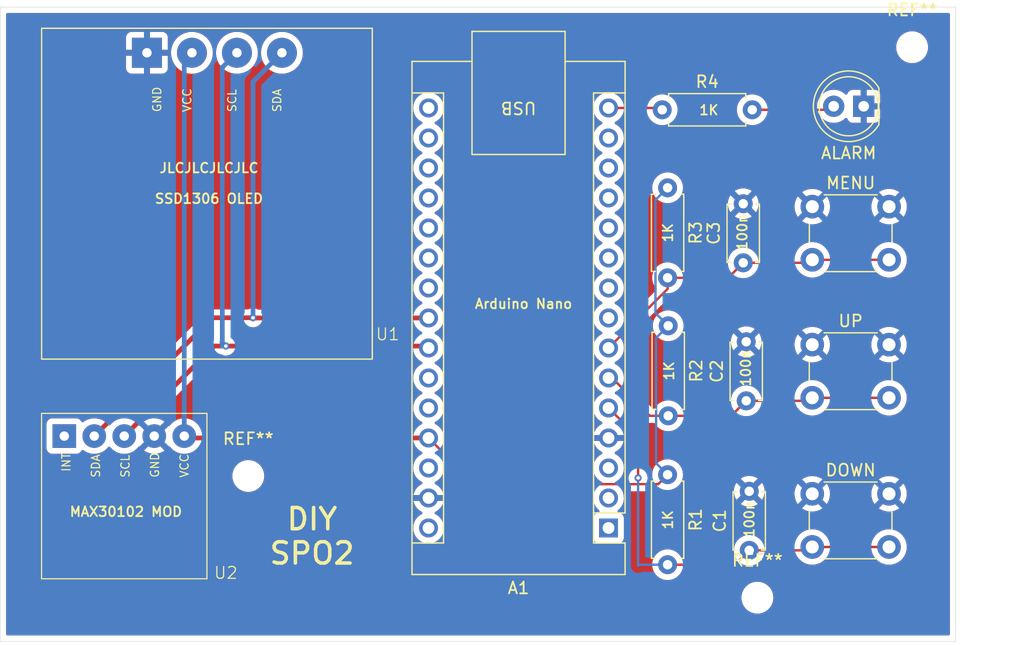
<source format=kicad_pcb>
(kicad_pcb (version 20241229) (generator "pcbnew") (generator_version "9.0")
  (layers (0 "F.Cu" signal "Front") (4 "In1.Cu" signal) (6 "In2.Cu" signal) (2 "B.Cu" signal "Back") (13 "F.Paste" user) (15 "B.Paste" user) (5 "F.SilkS" user "F.Silkscreen") (7 "B.SilkS" user "B.Silkscreen") (1 "F.Mask" user) (3 "B.Mask" user) (25 "Edge.Cuts" user))
  (net 0 "")
  (net 3 "GND")
  (net 4 "+5V")
  (net 5 "Net-(A1-D12)")
  (net 8 "Net-(A1-D4)")
  (net 14 "Net-(A1-D2)")
  (net 16 "Net-(A1-A5)")
  (net 17 "Net-(A1-D3)")
  (net 28 "Net-(A1-A4)")
  (net 30 "Net-(D1-A)")
  (footprint "Button_Switch_THT:SW_PUSH_6mm" (layer "F.Cu") (at 174.244 102.18)
    (property "Reference" "UP" (at 3.25 -2 0) (layer "F.SilkS"))
    (property "Value" "SW_Push")
    (fp_line (start -0.25 1.5) (end -0.25 3) (stroke (width 0.12)) (layer "F.SilkS"))
    (fp_line (start 1 5.5) (end 5.5 5.5) (stroke (width 0.12)) (layer "F.SilkS"))
    (fp_line (start 5.5 -1) (end 1 -1) (stroke (width 0.12)) (layer "F.SilkS"))
    (fp_line (start 6.75 3) (end 6.75 1.5) (stroke (width 0.12)) (layer "F.SilkS"))
    (pad "1" thru_hole circle (at 0 0 90) (size 2 2) (drill 1.1) (layers "*.Cu" "*.Mask") (net 3 "GND"))
    (pad "1" thru_hole circle (at 6.5 0 90) (size 2 2) (drill 1.1) (layers "*.Cu" "*.Mask") (net 3 "GND"))
    (pad "2" thru_hole circle (at 0 4.5 90) (size 2 2) (drill 1.1) (layers "*.Cu" "*.Mask") (net 17 "Net-(A1-D3)"))
    (pad "2" thru_hole circle (at 6.5 4.5 90) (size 2 2) (drill 1.1) (layers "*.Cu" "*.Mask") (net 17 "Net-(A1-D3)"))
  )
  (footprint "MountingHole:MountingHole_2.2mm_M2" (layer "F.Cu") (at 126.5 113.3)
    (property "Reference" "REF**" (at 0 -3.15 0) (layer "F.SilkS"))
    (property "Value" "MountingHole_2.2mm_M2")
    (pad "" np_thru_hole circle (at 0 0) (size 2.2 2.2) (drill 2.2) (layers "*.Cu" "*.Mask"))
  )
  (footprint "Resistor_THT:R_Axial_DIN0207_L6.3mm_D2.5mm_P7.62mm_Horizontal" (layer "F.Cu") (at 162 113.19 -90)
    (property "Reference" "R1" (at 3.81 -2.37 90) (layer "F.SilkS"))
    (property "Value" "1k")
    (fp_line (start 0.54 1.37) (end 7.08 1.37) (stroke (width 0.12)) (layer "F.SilkS"))
    (fp_line (start 7.08 1.37) (end 7.08 1.04) (stroke (width 0.12)) (layer "F.SilkS"))
    (fp_line (start 0.54 1.04) (end 0.54 1.37) (stroke (width 0.12)) (layer "F.SilkS"))
    (fp_line (start 0.54 -1.04) (end 0.54 -1.37) (stroke (width 0.12)) (layer "F.SilkS"))
    (fp_line (start 0.54 -1.37) (end 7.08 -1.37) (stroke (width 0.12)) (layer "F.SilkS"))
    (fp_line (start 7.08 -1.37) (end 7.08 -1.04) (stroke (width 0.12)) (layer "F.SilkS"))
    (pad "1" thru_hole circle (at 0 0 270) (size 1.6 1.6) (drill 0.8) (layers "*.Cu" "*.Mask") (net 4 "+5V"))
    (pad "2" thru_hole circle (at 7.62 0 270) (size 1.6 1.6) (drill 0.8) (layers "*.Cu" "*.Mask") (net 14 "Net-(A1-D2)"))
  )
  (footprint "Capacitor_THT:C_Disc_D4.7mm_W2.5mm_P5.00mm" (layer "F.Cu") (at 168.91 119.594 90)
    (property "Reference" "C1" (at 2.5 -2.5 90) (layer "F.SilkS"))
    (property "Value" "100n")
    (fp_line (start 4.97 -1.37) (end 4.97 -1.04) (stroke (width 0.12)) (layer "F.SilkS"))
    (fp_line (start 0.03 -1.37) (end 4.97 -1.37) (stroke (width 0.12)) (layer "F.SilkS"))
    (fp_line (start 0.03 -1.04) (end 0.03 -1.37) (stroke (width 0.12)) (layer "F.SilkS"))
    (fp_line (start 4.97 1.04) (end 4.97 1.37) (stroke (width 0.12)) (layer "F.SilkS"))
    (fp_line (start 4.97 1.37) (end 0.03 1.37) (stroke (width 0.12)) (layer "F.SilkS"))
    (fp_line (start 0.03 1.37) (end 0.03 1.04) (stroke (width 0.12)) (layer "F.SilkS"))
    (pad "1" thru_hole circle (at 0 0 90) (size 1.6 1.6) (drill 0.8) (layers "*.Cu" "*.Mask") (net 14 "Net-(A1-D2)"))
    (pad "2" thru_hole circle (at 5 0 90) (size 1.6 1.6) (drill 0.8) (layers "*.Cu" "*.Mask") (net 3 "GND"))
  )
  (footprint "Button_Switch_THT:SW_PUSH_6mm" (layer "F.Cu") (at 174.25 90.496)
    (property "Reference" "MENU" (at 3.25 -2 0) (layer "F.SilkS"))
    (property "Value" "SW_Push")
    (fp_line (start -0.25 1.5) (end -0.25 3) (stroke (width 0.12)) (layer "F.SilkS"))
    (fp_line (start 1 5.5) (end 5.5 5.5) (stroke (width 0.12)) (layer "F.SilkS"))
    (fp_line (start 5.5 -1) (end 1 -1) (stroke (width 0.12)) (layer "F.SilkS"))
    (fp_line (start 6.75 3) (end 6.75 1.5) (stroke (width 0.12)) (layer "F.SilkS"))
    (pad "1" thru_hole circle (at 0 0 90) (size 2 2) (drill 1.1) (layers "*.Cu" "*.Mask") (net 3 "GND"))
    (pad "1" thru_hole circle (at 6.5 0 90) (size 2 2) (drill 1.1) (layers "*.Cu" "*.Mask") (net 3 "GND"))
    (pad "2" thru_hole circle (at 0 4.5 90) (size 2 2) (drill 1.1) (layers "*.Cu" "*.Mask") (net 8 "Net-(A1-D4)"))
    (pad "2" thru_hole circle (at 6.5 4.5 90) (size 2 2) (drill 1.1) (layers "*.Cu" "*.Mask") (net 8 "Net-(A1-D4)"))
  )
  (footprint "Resistor_THT:R_Axial_DIN0207_L6.3mm_D2.5mm_P7.62mm_Horizontal" (layer "F.Cu") (at 162.052 100.584 -90)
    (property "Reference" "R2" (at 3.81 -2.37 90) (layer "F.SilkS"))
    (property "Value" "1k")
    (fp_line (start 0.54 1.37) (end 7.08 1.37) (stroke (width 0.12)) (layer "F.SilkS"))
    (fp_line (start 7.08 1.37) (end 7.08 1.04) (stroke (width 0.12)) (layer "F.SilkS"))
    (fp_line (start 0.54 1.04) (end 0.54 1.37) (stroke (width 0.12)) (layer "F.SilkS"))
    (fp_line (start 0.54 -1.04) (end 0.54 -1.37) (stroke (width 0.12)) (layer "F.SilkS"))
    (fp_line (start 0.54 -1.37) (end 7.08 -1.37) (stroke (width 0.12)) (layer "F.SilkS"))
    (fp_line (start 7.08 -1.37) (end 7.08 -1.04) (stroke (width 0.12)) (layer "F.SilkS"))
    (pad "1" thru_hole circle (at 0 0 270) (size 1.6 1.6) (drill 0.8) (layers "*.Cu" "*.Mask") (net 4 "+5V"))
    (pad "2" thru_hole circle (at 7.62 0 270) (size 1.6 1.6) (drill 0.8) (layers "*.Cu" "*.Mask") (net 17 "Net-(A1-D3)"))
  )
  (footprint "Resistor_THT:R_Axial_DIN0207_L6.3mm_D2.5mm_P7.62mm_Horizontal" (layer "F.Cu") (at 161.544 82.296)
    (property "Reference" "R4" (at 3.81 -2.37 0) (layer "F.SilkS"))
    (property "Value" "1k")
    (fp_line (start 0.54 -1.37) (end 7.08 -1.37) (stroke (width 0.12)) (layer "F.SilkS"))
    (fp_line (start 0.54 -1.04) (end 0.54 -1.37) (stroke (width 0.12)) (layer "F.SilkS"))
    (fp_line (start 0.54 1.04) (end 0.54 1.37) (stroke (width 0.12)) (layer "F.SilkS"))
    (fp_line (start 0.54 1.37) (end 7.08 1.37) (stroke (width 0.12)) (layer "F.SilkS"))
    (fp_line (start 7.08 -1.37) (end 7.08 -1.04) (stroke (width 0.12)) (layer "F.SilkS"))
    (fp_line (start 7.08 1.37) (end 7.08 1.04) (stroke (width 0.12)) (layer "F.SilkS"))
    (pad "1" thru_hole circle (at 0 0) (size 1.6 1.6) (drill 0.8) (layers "*.Cu" "*.Mask") (net 5 "Net-(A1-D12)"))
    (pad "2" thru_hole circle (at 7.62 0) (size 1.6 1.6) (drill 0.8) (layers "*.Cu" "*.Mask") (net 30 "Net-(D1-A)"))
  )
  (footprint "LED_THT:LED_D5.0mm" (layer "F.Cu") (at 178.6 82 180)
    (property "Reference" "ALARM" (at 1.27 -3.96 0) (layer "F.SilkS"))
    (property "Value" "LED")
    (fp_line (start -1.29 -1.545) (end -1.29 1.545) (stroke (width 0.12)) (layer "F.SilkS"))
    (fp_arc (start 4.26 0) (mid 2.071779 2.880495) (end -1.29 1.54483) (stroke (width 0.12)) (layer "F.SilkS"))
    (fp_arc (start -1.29 -1.54483) (mid 2.071779 -2.880495) (end 4.26 0) (stroke (width 0.12)) (layer "F.SilkS"))
    (fp_circle (center 1.27 0) (end 3.77 0) (stroke (width 0.12)) (fill no) (layer "F.SilkS"))
    (pad "1" thru_hole rect (at 0 0 180) (size 1.8 1.8) (drill 0.9) (layers "*.Cu" "*.Mask") (net 3 "GND"))
    (pad "2" thru_hole circle (at 2.54 0 180) (size 1.8 1.8) (drill 0.9) (layers "*.Cu" "*.Mask") (net 30 "Net-(D1-A)"))
  )
  (footprint "KiCad Tut:SSD1306" (layer "F.Cu") (at 123 88.9)
    (property "Reference" "U1" (at 15.3 12.4 0) (layer "F.SilkS") (effects (font (thickness 0.1))))
    (property "Value" "SSD1306")
    (fp_line (start -14 -13.5) (end 14 -13.5) (stroke (width 0.1)) (layer "F.SilkS"))
    (fp_line (start -14 14.5) (end -14 -13.5) (stroke (width 0.1)) (layer "F.SilkS"))
    (fp_line (start 14 -13.5) (end 14 14.5) (stroke (width 0.1)) (layer "F.SilkS"))
    (fp_line (start 14 14.5) (end -14 14.5) (stroke (width 0.1)) (layer "F.SilkS"))
    (fp_rect (start -14 -13.5) (end 14 14.5) (stroke (width 0.1)) (fill no) (layer "F.SilkS"))
    (fp_text user "GND" (at -3.81 -6.35 90) (layer "F.SilkS") (effects (font (size 0.7 0.7) (thickness 0.1)) (justify left bottom)))
    (fp_text user "VCC" (at -1.27 -6.35 90) (layer "F.SilkS") (effects (font (size 0.7 0.7) (thickness 0.1)) (justify left bottom)))
    (fp_text user "SDA" (at 6.35 -6.35 90) (layer "F.SilkS") (effects (font (size 0.7 0.7) (thickness 0.1)) (justify left bottom)))
    (fp_text user "SCL" (at 2.54 -6.35 90) (layer "F.SilkS") (effects (font (size 0.7 0.7) (thickness 0.1)) (justify left bottom)))
    (pad "1" thru_hole rect (at -5.08 -11.43) (size 2.54 2.54) (drill 0.8) (layers "*.Cu" "*.Mask") (net 3 "GND"))
    (pad "2" thru_hole circle (at -1.27 -11.43) (size 2.54 2.54) (drill 0.8) (layers "*.Cu" "*.Mask") (net 4 "+5V"))
    (pad "3" thru_hole circle (at 2.54 -11.43) (size 2.54 2.54) (drill 0.8) (layers "*.Cu" "*.Mask") (net 16 "Net-(A1-A5)"))
    (pad "4" thru_hole circle (at 6.35 -11.43) (size 2.54 2.54) (drill 0.8) (layers "*.Cu" "*.Mask") (net 28 "Net-(A1-A4)"))
  )
  (footprint "MountingHole:MountingHole_2.2mm_M2" (layer "F.Cu") (at 169.6 123.6)
    (property "Reference" "REF**" (at 0 -3.15 0) (layer "F.SilkS"))
    (property "Value" "MountingHole_2.2mm_M2")
    (pad "" np_thru_hole circle (at 0 0) (size 2.2 2.2) (drill 2.2) (layers "*.Cu" "*.Mask"))
  )
  (footprint "KiCad Tut:MAX30102 Module" (layer "F.Cu") (at 116 115)
    (property "Reference" "U2" (at 8.6 6.5 0) (layer "F.SilkS") (effects (font (thickness 0.1))))
    (property "Value" "MAX30102")
    (fp_line (start -7 -7) (end 7 -7) (stroke (width 0.1)) (layer "F.SilkS"))
    (fp_line (start -7 7) (end -7 -7) (stroke (width 0.1)) (layer "F.SilkS"))
    (fp_line (start 7 -7) (end 7 7) (stroke (width 0.1)) (layer "F.SilkS"))
    (fp_line (start 7 7) (end -7 7) (stroke (width 0.1)) (layer "F.SilkS"))
    (fp_text user "SCL" (at 0.5 -1.5 90) (layer "F.SilkS") (effects (font (size 0.7 0.7) (thickness 0.1)) (justify left bottom)))
    (fp_text user "GND" (at 3 -1.5 90) (layer "F.SilkS") (effects (font (size 0.7 0.7) (thickness 0.1)) (justify left bottom)))
    (fp_text user "SDA" (at -2 -1.5 90) (layer "F.SilkS") (effects (font (size 0.7 0.7) (thickness 0.1)) (justify left bottom)))
    (fp_text user "INT" (at -4.5 -2 90) (layer "F.SilkS") (effects (font (size 0.7 0.7) (thickness 0.1)) (justify left bottom)))
    (fp_text user "VCC" (at 5.5 -1.5 90) (layer "F.SilkS") (effects (font (size 0.7 0.7) (thickness 0.1)) (justify left bottom)))
    (pad "1" thru_hole rect (at -5.08 -5.08) (size 2 2) (drill 0.8) (layers "*.Cu" "*.Mask"))
    (pad "2" thru_hole circle (at -2.54 -5.08) (size 2 2) (drill 0.8) (layers "*.Cu" "*.Mask") (net 28 "Net-(A1-A4)"))
    (pad "3" thru_hole circle (at 0 -5.08) (size 2 2) (drill 0.8) (layers "*.Cu" "*.Mask") (net 16 "Net-(A1-A5)"))
    (pad "4" thru_hole circle (at 2.54 -5.08) (size 2 2) (drill 0.8) (layers "*.Cu" "*.Mask") (net 3 "GND"))
    (pad "5" thru_hole circle (at 5.08 -5.08) (size 2 2) (drill 0.8) (layers "*.Cu" "*.Mask") (net 4 "+5V"))
  )
  (footprint "Capacitor_THT:C_Disc_D4.7mm_W2.5mm_P5.00mm" (layer "F.Cu") (at 168.402 95.25 90)
    (property "Reference" "C3" (at 2.5 -2.5 90) (layer "F.SilkS"))
    (property "Value" "100n")
    (fp_line (start 4.97 -1.37) (end 4.97 -1.04) (stroke (width 0.12)) (layer "F.SilkS"))
    (fp_line (start 0.03 -1.37) (end 4.97 -1.37) (stroke (width 0.12)) (layer "F.SilkS"))
    (fp_line (start 0.03 -1.04) (end 0.03 -1.37) (stroke (width 0.12)) (layer "F.SilkS"))
    (fp_line (start 4.97 1.04) (end 4.97 1.37) (stroke (width 0.12)) (layer "F.SilkS"))
    (fp_line (start 4.97 1.37) (end 0.03 1.37) (stroke (width 0.12)) (layer "F.SilkS"))
    (fp_line (start 0.03 1.37) (end 0.03 1.04) (stroke (width 0.12)) (layer "F.SilkS"))
    (pad "1" thru_hole circle (at 0 0 90) (size 1.6 1.6) (drill 0.8) (layers "*.Cu" "*.Mask") (net 8 "Net-(A1-D4)"))
    (pad "2" thru_hole circle (at 5 0 90) (size 1.6 1.6) (drill 0.8) (layers "*.Cu" "*.Mask") (net 3 "GND"))
  )
  (footprint "Capacitor_THT:C_Disc_D4.7mm_W2.5mm_P5.00mm" (layer "F.Cu") (at 168.656 106.934 90)
    (property "Reference" "C2" (at 2.5 -2.5 90) (layer "F.SilkS"))
    (property "Value" "100n")
    (fp_line (start 4.97 -1.37) (end 4.97 -1.04) (stroke (width 0.12)) (layer "F.SilkS"))
    (fp_line (start 0.03 -1.37) (end 4.97 -1.37) (stroke (width 0.12)) (layer "F.SilkS"))
    (fp_line (start 0.03 -1.04) (end 0.03 -1.37) (stroke (width 0.12)) (layer "F.SilkS"))
    (fp_line (start 4.97 1.04) (end 4.97 1.37) (stroke (width 0.12)) (layer "F.SilkS"))
    (fp_line (start 4.97 1.37) (end 0.03 1.37) (stroke (width 0.12)) (layer "F.SilkS"))
    (fp_line (start 0.03 1.37) (end 0.03 1.04) (stroke (width 0.12)) (layer "F.SilkS"))
    (pad "1" thru_hole circle (at 0 0 90) (size 1.6 1.6) (drill 0.8) (layers "*.Cu" "*.Mask") (net 17 "Net-(A1-D3)"))
    (pad "2" thru_hole circle (at 5 0 90) (size 1.6 1.6) (drill 0.8) (layers "*.Cu" "*.Mask") (net 3 "GND"))
  )
  (footprint "Resistor_THT:R_Axial_DIN0207_L6.3mm_D2.5mm_P7.62mm_Horizontal" (layer "F.Cu") (at 162 88.9 -90)
    (property "Reference" "R3" (at 3.81 -2.37 90) (layer "F.SilkS"))
    (property "Value" "1k")
    (fp_line (start 0.54 1.37) (end 7.08 1.37) (stroke (width 0.12)) (layer "F.SilkS"))
    (fp_line (start 7.08 1.37) (end 7.08 1.04) (stroke (width 0.12)) (layer "F.SilkS"))
    (fp_line (start 0.54 1.04) (end 0.54 1.37) (stroke (width 0.12)) (layer "F.SilkS"))
    (fp_line (start 0.54 -1.04) (end 0.54 -1.37) (stroke (width 0.12)) (layer "F.SilkS"))
    (fp_line (start 0.54 -1.37) (end 7.08 -1.37) (stroke (width 0.12)) (layer "F.SilkS"))
    (fp_line (start 7.08 -1.37) (end 7.08 -1.04) (stroke (width 0.12)) (layer "F.SilkS"))
    (pad "1" thru_hole circle (at 0 0 270) (size 1.6 1.6) (drill 0.8) (layers "*.Cu" "*.Mask") (net 4 "+5V"))
    (pad "2" thru_hole circle (at 7.62 0 270) (size 1.6 1.6) (drill 0.8) (layers "*.Cu" "*.Mask") (net 8 "Net-(A1-D4)"))
  )
  (footprint "Button_Switch_THT:SW_PUSH_6mm" (layer "F.Cu") (at 174.244 114.808)
    (property "Reference" "DOWN" (at 3.25 -2 0) (layer "F.SilkS"))
    (property "Value" "SW_Push")
    (fp_line (start -0.25 1.5) (end -0.25 3) (stroke (width 0.12)) (layer "F.SilkS"))
    (fp_line (start 1 5.5) (end 5.5 5.5) (stroke (width 0.12)) (layer "F.SilkS"))
    (fp_line (start 5.5 -1) (end 1 -1) (stroke (width 0.12)) (layer "F.SilkS"))
    (fp_line (start 6.75 3) (end 6.75 1.5) (stroke (width 0.12)) (layer "F.SilkS"))
    (pad "1" thru_hole circle (at 0 0 90) (size 2 2) (drill 1.1) (layers "*.Cu" "*.Mask") (net 3 "GND"))
    (pad "1" thru_hole circle (at 6.5 0 90) (size 2 2) (drill 1.1) (layers "*.Cu" "*.Mask") (net 3 "GND"))
    (pad "2" thru_hole circle (at 0 4.5 90) (size 2 2) (drill 1.1) (layers "*.Cu" "*.Mask") (net 14 "Net-(A1-D2)"))
    (pad "2" thru_hole circle (at 6.5 4.5 90) (size 2 2) (drill 1.1) (layers "*.Cu" "*.Mask") (net 14 "Net-(A1-D2)"))
  )
  (footprint "MountingHole:MountingHole_2.2mm_M2" (layer "F.Cu") (at 182.7 77)
    (property "Reference" "REF**" (at 0 -3.15 0) (layer "F.SilkS"))
    (property "Value" "MountingHole_2.2mm_M2")
    (pad "" np_thru_hole circle (at 0 0) (size 2.2 2.2) (drill 2.2) (layers "*.Cu" "*.Mask"))
  )
  (footprint "Module:Arduino_Nano" (layer "F.Cu") (at 157 117.7 180)
    (property "Reference" "A1" (at 7.62 -5.08 0) (layer "F.SilkS"))
    (property "Value" "Arduino_Nano_v3.x")
    (fp_line (start 16.64 39.5) (end 16.64 -3.94) (stroke (width 0.12)) (layer "F.SilkS"))
    (fp_line (start 16.64 39.5) (end 11.56 39.5) (stroke (width 0.12)) (layer "F.SilkS"))
    (fp_line (start 16.64 -3.94) (end -1.4 -3.94) (stroke (width 0.12)) (layer "F.SilkS"))
    (fp_line (start 13.97 36.83) (end 16.64 36.83) (stroke (width 0.12)) (layer "F.SilkS"))
    (fp_line (start 13.97 -1.27) (end 16.64 -1.27) (stroke (width 0.12)) (layer "F.SilkS"))
    (fp_line (start 13.97 -1.27) (end 13.97 36.83) (stroke (width 0.12)) (layer "F.SilkS"))
    (fp_line (start 11.56 42.04) (end 3.68 42.04) (stroke (width 0.12)) (layer "F.SilkS"))
    (fp_line (start 11.56 31.62) (end 11.56 42.04) (stroke (width 0.12)) (layer "F.SilkS"))
    (fp_line (start 3.68 42.04) (end 3.68 31.62) (stroke (width 0.12)) (layer "F.SilkS"))
    (fp_line (start 3.68 31.62) (end 11.56 31.62) (stroke (width 0.12)) (layer "F.SilkS"))
    (fp_line (start 1.27 36.83) (end -1.4 36.83) (stroke (width 0.12)) (layer "F.SilkS"))
    (fp_line (start 1.27 1.27) (end 1.27 36.83) (stroke (width 0.12)) (layer "F.SilkS"))
    (fp_line (start 1.27 1.27) (end 1.27 -1.27) (stroke (width 0.12)) (layer "F.SilkS"))
    (fp_line (start 1.27 1.27) (end -1.4 1.27) (stroke (width 0.12)) (layer "F.SilkS"))
    (fp_line (start 1.27 -1.27) (end -1.4 -1.27) (stroke (width 0.12)) (layer "F.SilkS"))
    (fp_line (start -1.4 39.5) (end 3.68 39.5) (stroke (width 0.12)) (layer "F.SilkS"))
    (fp_line (start -1.4 1.27) (end -1.4 39.5) (stroke (width 0.12)) (layer "F.SilkS"))
    (fp_line (start -1.4 -3.94) (end -1.4 -1.27) (stroke (width 0.12)) (layer "F.SilkS"))
    (fp_text user "USB" (at 7.62 35.56 180) (layer "F.SilkS"))
    (pad "1" thru_hole rect (at 0 0 180) (size 1.6 1.6) (drill 1) (layers "*.Cu" "*.Mask"))
    (pad "2" thru_hole oval (at 0 2.54 180) (size 1.6 1.6) (drill 1) (layers "*.Cu" "*.Mask"))
    (pad "3" thru_hole oval (at 0 5.08 180) (size 1.6 1.6) (drill 1) (layers "*.Cu" "*.Mask"))
    (pad "4" thru_hole oval (at 0 7.62 180) (size 1.6 1.6) (drill 1) (layers "*.Cu" "*.Mask") (net 3 "GND"))
    (pad "5" thru_hole oval (at 0 10.16 180) (size 1.6 1.6) (drill 1) (layers "*.Cu" "*.Mask") (net 14 "Net-(A1-D2)"))
    (pad "6" thru_hole oval (at 0 12.7 180) (size 1.6 1.6) (drill 1) (layers "*.Cu" "*.Mask") (net 17 "Net-(A1-D3)"))
    (pad "7" thru_hole oval (at 0 15.24 180) (size 1.6 1.6) (drill 1) (layers "*.Cu" "*.Mask") (net 8 "Net-(A1-D4)"))
    (pad "8" thru_hole oval (at 0 17.78 180) (size 1.6 1.6) (drill 1) (layers "*.Cu" "*.Mask"))
    (pad "9" thru_hole oval (at 0 20.32 180) (size 1.6 1.6) (drill 1) (layers "*.Cu" "*.Mask"))
    (pad "10" thru_hole oval (at 0 22.86 180) (size 1.6 1.6) (drill 1) (layers "*.Cu" "*.Mask"))
    (pad "11" thru_hole oval (at 0 25.4 180) (size 1.6 1.6) (drill 1) (layers "*.Cu" "*.Mask"))
    (pad "12" thru_hole oval (at 0 27.94 180) (size 1.6 1.6) (drill 1) (layers "*.Cu" "*.Mask"))
    (pad "13" thru_hole oval (at 0 30.48 180) (size 1.6 1.6) (drill 1) (layers "*.Cu" "*.Mask"))
    (pad "14" thru_hole oval (at 0 33.02 180) (size 1.6 1.6) (drill 1) (layers "*.Cu" "*.Mask"))
    (pad "15" thru_hole oval (at 0 35.56 180) (size 1.6 1.6) (drill 1) (layers "*.Cu" "*.Mask") (net 5 "Net-(A1-D12)"))
    (pad "16" thru_hole oval (at 15.24 35.56 180) (size 1.6 1.6) (drill 1) (layers "*.Cu" "*.Mask"))
    (pad "17" thru_hole oval (at 15.24 33.02 180) (size 1.6 1.6) (drill 1) (layers "*.Cu" "*.Mask"))
    (pad "18" thru_hole oval (at 15.24 30.48 180) (size 1.6 1.6) (drill 1) (layers "*.Cu" "*.Mask"))
    (pad "19" thru_hole oval (at 15.24 27.94 180) (size 1.6 1.6) (drill 1) (layers "*.Cu" "*.Mask"))
    (pad "20" thru_hole oval (at 15.24 25.4 180) (size 1.6 1.6) (drill 1) (layers "*.Cu" "*.Mask"))
    (pad "21" thru_hole oval (at 15.24 22.86 180) (size 1.6 1.6) (drill 1) (layers "*.Cu" "*.Mask"))
    (pad "22" thru_hole oval (at 15.24 20.32 180) (size 1.6 1.6) (drill 1) (layers "*.Cu" "*.Mask"))
    (pad "23" thru_hole oval (at 15.24 17.78 180) (size 1.6 1.6) (drill 1) (layers "*.Cu" "*.Mask") (net 28 "Net-(A1-A4)"))
    (pad "24" thru_hole oval (at 15.24 15.24 180) (size 1.6 1.6) (drill 1) (layers "*.Cu" "*.Mask") (net 16 "Net-(A1-A5)"))
    (pad "25" thru_hole oval (at 15.24 12.7 180) (size 1.6 1.6) (drill 1) (layers "*.Cu" "*.Mask"))
    (pad "26" thru_hole oval (at 15.24 10.16 180) (size 1.6 1.6) (drill 1) (layers "*.Cu" "*.Mask"))
    (pad "27" thru_hole oval (at 15.24 7.62 180) (size 1.6 1.6) (drill 1) (layers "*.Cu" "*.Mask") (net 4 "+5V"))
    (pad "28" thru_hole oval (at 15.24 5.08 180) (size 1.6 1.6) (drill 1) (layers "*.Cu" "*.Mask"))
    (pad "29" thru_hole oval (at 15.24 2.54 180) (size 1.6 1.6) (drill 1) (layers "*.Cu" "*.Mask") (net 3 "GND"))
    (pad "30" thru_hole oval (at 15.24 0 180) (size 1.6 1.6) (drill 1) (layers "*.Cu" "*.Mask"))
  )
  (gr_rect (start 105.5 73.6) (end 186.4 127.3) (stroke (width 0.0381)) (fill no) (layer "Edge.Cuts"))
  (gr_text "JLCJLCJLCJLC" (at 118.9 87.7 0) (layer "F.SilkS") (effects (font (size 0.8128 0.8128) (thickness 0.1524) (bold yes)) (justify left bottom)))
  (gr_text "1K" (at 162.5 117.9 90) (layer "F.SilkS") (effects (font (size 0.8128 0.8128) (thickness 0.1524) (bold yes)) (justify left bottom)))
  (gr_text "Arduino Nano" (at 145.6 99.2 0) (layer "F.SilkS") (effects (font (size 0.8128 0.8128) (thickness 0.1524) (bold yes)) (justify left bottom)))
  (gr_text "100n" (at 169.4 118.6 90) (layer "F.SilkS") (effects (font (size 0.8128 0.8128) (thickness 0.1524) (bold yes)) (justify left bottom)))
  (gr_text "1K" (at 164.6 82.8 0) (layer "F.SilkS") (effects (font (size 0.8128 0.8128) (thickness 0.1524) (bold yes)) (justify left bottom)))
  (gr_text "DIY\nSPO2" (at 131.9 120.9 0) (layer "F.SilkS") (effects (font (size 1.8 1.8) (thickness 0.3) (bold yes)) (justify bottom)))
  (gr_text "1K" (at 162.6 105.3 90) (layer "F.SilkS") (effects (font (size 0.8128 0.8128) (thickness 0.1524) (bold yes)) (justify left bottom)))
  (gr_text "100n" (at 168.8 94.3 90) (layer "F.SilkS") (effects (font (size 0.8128 0.8128) (thickness 0.1524) (bold yes)) (justify left bottom)))
  (gr_text "100n" (at 169.1 105.8 90) (layer "F.SilkS") (effects (font (size 0.8128 0.8128) (thickness 0.1524) (bold yes)) (justify left bottom)))
  (gr_text "1K" (at 162.5 93.6 90) (layer "F.SilkS") (effects (font (size 0.8128 0.8128) (thickness 0.1524) (bold yes)) (justify left bottom)))
  (gr_text "MAX30102 MOD" (at 111.3 116.8 0) (layer "F.SilkS") (effects (font (size 0.8128 0.8128) (thickness 0.1524) (bold yes)) (justify left bottom)))
  (gr_text "SSD1306 OLED" (at 118.5 90.3 0) (layer "F.SilkS") (effects (font (size 0.8128 0.8128) (thickness 0.1524) (bold yes)) (justify left bottom)))
  (segment (start 162 88.5) (end 162 88.9) (width 0.2) (layer "F.Cu") (net 4))
  (segment (start 162 113.19) (end 161.200001 113.989999) (width 0.2) (layer "F.Cu") (net 4))
  (segment (start 145.669999 113.989999) (end 141.76 110.08) (width 0.2) (layer "F.Cu") (net 4))
  (segment (start 162.09 113.19) (end 162 113.19) (width 0.2) (layer "F.Cu") (net 4))
  (segment (start 162.09 113.19) (end 162.1 113.2) (width 0.2) (layer "F.Cu") (net 4))
  (segment (start 141.76 110.08) (end 121.24 110.08) (width 0.4) (layer "F.Cu") (net 4))
  (segment (start 121.24 110.08) (end 121.08 109.92) (width 0.4) (layer "F.Cu") (net 4))
  (segment (start 161.200001 113.989999) (end 145.669999 113.989999) (width 0.2) (layer "F.Cu") (net 4))
  (segment (start 121.08 78.12) (end 121.73 77.47) (width 0.4) (layer "B.Cu") (net 4))
  (segment (start 161.024 112.214) (end 162 113.19) (width 0.2) (layer "B.Cu") (net 4))
  (segment (start 162.052 100.584) (end 161.024 101.612) (width 0.2) (layer "B.Cu") (net 4))
  (segment (start 121.08 109.92) (end 121.08 78.12) (width 0.4) (layer "B.Cu") (net 4))
  (segment (start 162 88.9) (end 160.972 89.928) (width 0.2) (layer "B.Cu") (net 4))
  (segment (start 161.024 101.612) (end 161.024 112.214) (width 0.2) (layer "B.Cu") (net 4))
  (segment (start 160.972 99.504) (end 162.052 100.584) (width 0.2) (layer "B.Cu") (net 4))
  (segment (start 160.972 89.928) (end 160.972 99.504) (width 0.2) (layer "B.Cu") (net 4))
  (segment (start 157 82.14) (end 161.388 82.14) (width 0.2) (layer "F.Cu") (net 5))
  (segment (start 161.388 82.14) (end 161.544 82.296) (width 0.2) (layer "F.Cu") (net 5))
  (segment (start 167.132 96.52) (end 168.402 95.25) (width 0.2) (layer "F.Cu") (net 8))
  (segment (start 162 96.52) (end 167.132 96.52) (width 0.2) (layer "F.Cu") (net 8))
  (segment (start 174.25 94.996) (end 180.75 94.996) (width 0.2) (layer "F.Cu") (net 8))
  (segment (start 157 102.46) (end 162 97.46) (width 0.2) (layer "F.Cu") (net 8))
  (segment (start 162 97.46) (end 162 96.52) (width 0.2) (layer "F.Cu") (net 8))
  (segment (start 173.996 95.25) (end 174.25 94.996) (width 0.2) (layer "F.Cu") (net 8))
  (segment (start 168.402 95.25) (end 173.996 95.25) (width 0.2) (layer "F.Cu") (net 8))
  (segment (start 159.5 110.04) (end 159.5 113.462999) (width 0.2) (layer "F.Cu") (net 14))
  (segment (start 168.91 119.594) (end 173.958 119.594) (width 0.2) (layer "F.Cu") (net 14))
  (segment (start 173.958 119.594) (end 174.244 119.308) (width 0.2) (layer "F.Cu") (net 14))
  (segment (start 167.694 120.81) (end 168.91 119.594) (width 0.2) (layer "F.Cu") (net 14))
  (segment (start 162 120.81) (end 167.694 120.81) (width 0.2) (layer "F.Cu") (net 14))
  (segment (start 174.244 119.308) (end 180.744 119.308) (width 0.2) (layer "F.Cu") (net 14))
  (segment (start 157 107.54) (end 159.5 110.04) (width 0.2) (layer "F.Cu") (net 14))
  (via (at 159.5 113.462999) (size 0.6) (drill 0.3) (layers "F.Cu" "B.Cu") (net 14))
  (segment (start 159.59 120.81) (end 162 120.81) (width 0.2) (layer "B.Cu") (net 14))
  (segment (start 159.5 113.462999) (end 159.5 120.9) (width 0.2) (layer "B.Cu") (net 14))
  (segment (start 159.5 120.9) (end 159.59 120.81) (width 0.2) (layer "B.Cu") (net 14))
  (segment (start 141.76 102.46) (end 141.6 102.3) (width 0.4) (layer "F.Cu") (net 16))
  (segment (start 141.6 102.3) (end 124.6 102.3) (width 0.4) (layer "F.Cu") (net 16))
  (segment (start 123.62 102.3) (end 116 109.92) (width 0.4) (layer "F.Cu") (net 16))
  (segment (start 124.6 102.3) (end 123.62 102.3) (width 0.4) (layer "F.Cu") (net 16))
  (via (at 124.6 102.3) (size 0.6) (drill 0.3) (layers "F.Cu" "B.Cu") (net 16))
  (segment (start 125.54 77.47) (end 124.3 78.71) (width 0.4) (layer "B.Cu") (net 16))
  (segment (start 124.6 102.3) (end 124.27 101.97) (width 0.4) (layer "B.Cu") (net 16))
  (segment (start 124.3 78.71) (end 124.3 102.3) (width 0.4) (layer "B.Cu") (net 16))
  (segment (start 160.504 108.204) (end 162.052 108.204) (width 0.2) (layer "F.Cu") (net 17))
  (segment (start 157 105) (end 157.3 105) (width 0.2) (layer "F.Cu") (net 17))
  (segment (start 168.656 106.934) (end 173.99 106.934) (width 0.2) (layer "F.Cu") (net 17))
  (segment (start 157.3 105) (end 160.504 108.204) (width 0.2) (layer "F.Cu") (net 17))
  (segment (start 162.052 108.204) (end 167.386 108.204) (width 0.2) (layer "F.Cu") (net 17))
  (segment (start 167.386 108.204) (end 168.656 106.934) (width 0.2) (layer "F.Cu") (net 17))
  (segment (start 173.99 106.934) (end 174.244 106.68) (width 0.2) (layer "F.Cu") (net 17))
  (segment (start 174.244 106.68) (end 180.744 106.68) (width 0.2) (layer "F.Cu") (net 17))
  (segment (start 123.48 99.9) (end 113.46 109.92) (width 0.4) (layer "F.Cu") (net 28))
  (segment (start 126.9 99.9) (end 123.48 99.9) (width 0.4) (layer "F.Cu") (net 28))
  (segment (start 126.92 99.92) (end 126.9 99.9) (width 0.4) (layer "F.Cu") (net 28))
  (segment (start 141.76 99.92) (end 126.92 99.92) (width 0.4) (layer "F.Cu") (net 28))
  (via (at 126.9 99.9) (size 0.6) (drill 0.3) (layers "F.Cu" "B.Cu") (net 28))
  (segment (start 126.9 99.9) (end 126.81 99.81) (width 0.4) (layer "B.Cu") (net 28))
  (segment (start 129.35 77.47) (end 126.9 79.92) (width 0.4) (layer "B.Cu") (net 28))
  (segment (start 126.9 79.92) (end 126.9 99.9) (width 0.4) (layer "B.Cu") (net 28))
  (segment (start 175.764 82.296) (end 176.06 82) (width 0.2) (layer "F.Cu") (net 30))
  (segment (start 169.164 82.296) (end 175.764 82.296) (width 0.2) (layer "F.Cu") (net 30))
  (zone (net 3) (net_name "GND") (layers "F.Cu" "B.Cu") (connect_pads (clearance 0.5)) (min_thickness 0.25) (fill yes (thermal_gap 0.5) (thermal_bridge_width 0.5))
    (polygon (pts (xy 105.9 74) (xy 186 74) (xy 186 127) (xy 106 126.8)))
  )
)
</source>
